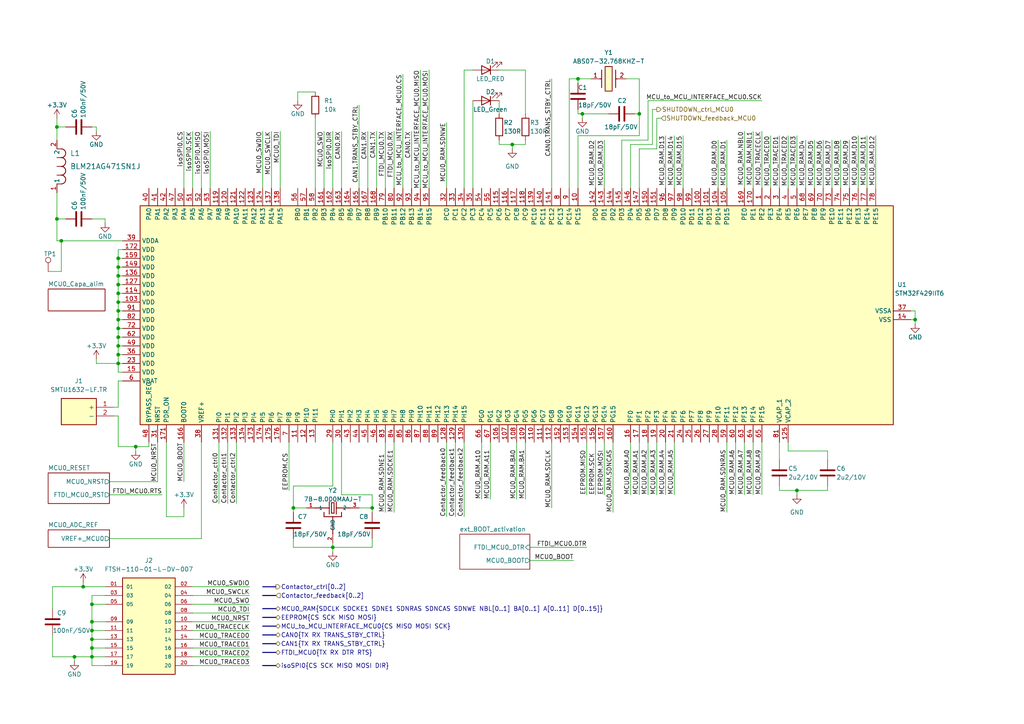
<source format=kicad_sch>
(kicad_sch (version 20230121) (generator eeschema)
  (paper "A4")
  (title_block (title "Primary MCU") (date "2023-12-29") (rev "V1.0") (company "Valais Wallis Racing Team") (comment 1 "Bétrisey Mattia"))
  (lib_symbols
    (symbol "2023-11-05_10-50-36:BLM21AG471SN1J" (pin_names (offset 0.254))
      (property "Reference" "L" (at 6.985 5.08 0))
      (property "Value" "BLM21AG471SN1J" (at 6.985 -2.54 0))
      (symbol "BLM21AG471SN1J_1_1"
        (pin unspecified line (at 15.24 0 180) (length 2.54) (name "1") (number "1"))
        (pin unspecified line (at 0 0 0) (length 2.54) (name "2") (number "2"))
      )
      (symbol "BLM21AG471SN1J_1_2"
        (pin unspecified line (at 0 15.24 270) (length 2.54) (name "1") (number "1"))
        (pin unspecified line (at 0 0 90) (length 2.54) (name "2") (number "2"))
      )
    )
    (symbol "7B-8.000MAAJ-T:7B-8.000MAAJ-T" (pin_names (offset 1.016))
      (property "Reference" "Y" (at 3.8109 -4.0649 0))
      (property "Value" "7B-8.000MAAJ-T" (at 3.8168 -6.3614 0))
      (symbol "7B-8.000MAAJ-T_0_0"
        (pin passive line (at -7.62 0 0) (length 2.54) (name "1") (number "1"))
        (pin passive line (at 0 -10.16 90) (length 2.54) (name "GND") (number "2"))
        (pin passive line (at 7.62 0 180) (length 2.54) (name "2") (number "3"))
      )
    )
    (symbol "ABS07-32_768KHZ-T:ABS07-32.768KHZ-T" (pin_names hide)
      (property "Reference" "Y" (at 8.89 6.35 0))
      (property "Value" "ABS07-32.768KHZ-T" (at 8.89 3.81 0))
      (symbol "ABS07-32.768KHZ-T_1_1"
        (pin passive line (at 0 0 0) (length 2.54) (name "1") (number "1"))
        (pin passive line (at 10.16 0 180) (length 2.54) (name "2") (number "2"))
      )
    )
    (symbol "Connector:TestPoint" (pin_numbers hide) (pin_names (offset 0.762) hide)
      (property "Reference" "TP" (at 0 6.858 0))
      (property "Value" "TestPoint" (at 0 5.08 0))
      (symbol "TestPoint_1_1"
        (pin passive line (at 0 0 90) (length 2.54) (name "1") (number "1"))
      )
    )
    (symbol "Device:C" (pin_numbers hide) (pin_names (offset 0.254))
      (property "Reference" "C" (at 0.635 2.54 0))
      (property "Value" "C" (at 0.635 -2.54 0))
      (symbol "C_1_1"
        (pin passive line (at 0 3.81 270) (length 2.794) (name "~") (number "1"))
        (pin passive line (at 0 -3.81 90) (length 2.794) (name "~") (number "2"))
      )
    )
    (symbol "Device:LED" (pin_numbers hide) (pin_names (offset 1.016) hide)
      (property "Reference" "D" (at 0 2.54 0))
      (property "Value" "LED" (at 0 -2.54 0))
      (symbol "LED_1_1"
        (pin passive line (at -3.81 0 0) (length 2.54) (name "K") (number "1"))
        (pin passive line (at 3.81 0 180) (length 2.54) (name "A") (number "2"))
      )
    )
    (symbol "Device:R" (pin_numbers hide) (pin_names (offset 0))
      (property "Reference" "R" (at 2.032 0 90))
      (property "Value" "R" (at 0 0 90))
      (symbol "R_1_1"
        (pin passive line (at 0 3.81 270) (length 1.27) (name "~") (number "1"))
        (pin passive line (at 0 -3.81 90) (length 1.27) (name "~") (number "2"))
      )
    )
    (symbol "FTSH-110-01-L-DV-007:FTSH-110-01-L-DV-007" (pin_names (offset 1.016))
      (property "Reference" "J" (at -8.12 15.24 0))
      (property "Value" "FTSH-110-01-L-DV-007" (at -7.62 -15.24 0))
      (symbol "FTSH-110-01-L-DV-007_0_0"
        (pin passive line (at -12.7 12.7 0) (length 5.08) (name "01") (number "01"))
        (pin passive line (at 12.7 12.7 180) (length 5.08) (name "02") (number "02"))
        (pin passive line (at -12.7 10.16 0) (length 5.08) (name "03") (number "03"))
        (pin passive line (at 12.7 10.16 180) (length 5.08) (name "04") (number "04"))
        (pin passive line (at -12.7 7.62 0) (length 5.08) (name "05") (number "05"))
        (pin passive line (at 12.7 7.62 180) (length 5.08) (name "06") (number "06"))
        (pin passive line (at 12.7 5.08 180) (length 5.08) (name "08") (number "08"))
        (pin passive line (at -12.7 2.54 0) (length 5.08) (name "09") (number "09"))
        (pin passive line (at 12.7 2.54 180) (length 5.08) (name "10") (number "10"))
        (pin passive line (at -12.7 0 0) (length 5.08) (name "11") (number "11"))
        (pin passive line (at 12.7 0 180) (length 5.08) (name "12") (number "12"))
        (pin passive line (at -12.7 -2.54 0) (length 5.08) (name "13") (number "13"))
        (pin passive line (at 12.7 -2.54 180) (length 5.08) (name "14") (number "14"))
        (pin passive line (at -12.7 -5.08 0) (length 5.08) (name "15") (number "15"))
        (pin passive line (at 12.7 -5.08 180) (length 5.08) (name "16") (number "16"))
        (pin passive line (at -12.7 -7.62 0) (length 5.08) (name "17") (number "17"))
        (pin passive line (at 12.7 -7.62 180) (length 5.08) (name "18") (number "18"))
        (pin passive line (at -12.7 -10.16 0) (length 5.08) (name "19") (number "19"))
        (pin passive line (at 12.7 -10.16 180) (length 5.08) (name "20") (number "20"))
      )
    )
    (symbol "MCU_ST_STM32F4:STM32F429IITx"
      (property "Reference" "U" (at -30.48 110.49 0))
      (property "Value" "STM32F429IITx" (at 25.4 110.49 0))
      (symbol "STM32F429IITx_1_1"
        (pin bidirectional line (at 38.1 -71.12 180) (length 5.08) (name "PE2") (number "1"))
        (pin bidirectional line (at 38.1 -17.78 180) (length 5.08) (name "PC15") (number "10"))
        (pin bidirectional line (at 38.1 -53.34 180) (length 5.08) (name "PD12") (number "100"))
        (pin bidirectional line (at 38.1 -55.88 180) (length 5.08) (name "PD13") (number "101"))
        (pin passive line (at 0 -114.3 90) (length 5.08) hide (name "VSS") (number "102"))
        (pin power_in line (at 5.08 114.3 270) (length 5.08) (name "VDD") (number "103"))
        (pin bidirectional line (at 38.1 -58.42 180) (length 5.08) (name "PD14") (number "104"))
        (pin bidirectional line (at 38.1 -60.96 180) (length 5.08) (name "PD15") (number "105"))
        (pin bidirectional line (at -35.56 5.08 0) (length 5.08) (name "PG2") (number "106"))
        (pin bidirectional line (at -35.56 2.54 0) (length 5.08) (name "PG3") (number "107"))
        (pin bidirectional line (at -35.56 0 0) (length 5.08) (name "PG4") (number "108"))
        (pin bidirectional line (at -35.56 -2.54 0) (length 5.08) (name "PG5") (number "109"))
        (pin bidirectional line (at -35.56 63.5 0) (length 5.08) (name "PI9") (number "11"))
        (pin bidirectional line (at -35.56 -5.08 0) (length 5.08) (name "PG6") (number "110"))
        (pin bidirectional line (at -35.56 -7.62 0) (length 5.08) (name "PG7") (number "111"))
        (pin bidirectional line (at -35.56 -10.16 0) (length 5.08) (name "PG8") (number "112"))
        (pin passive line (at 0 -114.3 90) (length 5.08) hide (name "VSS") (number "113"))
        (pin power_in line (at 7.62 114.3 270) (length 5.08) (name "VDD") (number "114"))
        (pin bidirectional line (at 38.1 5.08 180) (length 5.08) (name "PC6") (number "115"))
        (pin bidirectional line (at 38.1 2.54 180) (length 5.08) (name "PC7") (number "116"))
        (pin bidirectional line (at 38.1 0 180) (length 5.08) (name "PC8") (number "117"))
        (pin bidirectional line (at 38.1 -2.54 180) (length 5.08) (name "PC9") (number "118"))
        (pin bidirectional line (at 38.1 86.36 180) (length 5.08) (name "PA8") (number "119"))
        (pin bidirectional line (at -35.56 60.96 0) (length 5.08) (name "PI10") (number "12"))
        (pin bidirectional line (at 38.1 83.82 180) (length 5.08) (name "PA9") (number "120"))
        (pin bidirectional line (at 38.1 81.28 180) (length 5.08) (name "PA10") (number "121"))
        (pin bidirectional line (at 38.1 78.74 180) (length 5.08) (name "PA11") (number "122"))
        (pin bidirectional line (at 38.1 76.2 180) (length 5.08) (name "PA12") (number "123"))
        (pin bidirectional line (at 38.1 73.66 180) (length 5.08) (name "PA13") (number "124"))
        (pin power_out line (at -35.56 -78.74 0) (length 5.08) (name "VCAP_2") (number "125"))
        (pin passive line (at 0 -114.3 90) (length 5.08) hide (name "VSS") (number "126"))
        (pin power_in line (at 10.16 114.3 270) (length 5.08) (name "VDD") (number "127"))
        (pin bidirectional line (at -35.56 20.32 0) (length 5.08) (name "PH13") (number "128"))
        (pin bidirectional line (at -35.56 17.78 0) (length 5.08) (name "PH14") (number "129"))
        (pin bidirectional line (at -35.56 58.42 0) (length 5.08) (name "PI11") (number "13"))
        (pin bidirectional line (at -35.56 15.24 0) (length 5.08) (name "PH15") (number "130"))
        (pin bidirectional line (at -35.56 86.36 0) (length 5.08) (name "PI0") (number "131"))
        (pin bidirectional line (at -35.56 83.82 0) (length 5.08) (name "PI1") (number "132"))
        (pin bidirectional line (at -35.56 81.28 0) (length 5.08) (name "PI2") (number "133"))
        (pin bidirectional line (at -35.56 78.74 0) (length 5.08) (name "PI3") (number "134"))
        (pin passive line (at 0 -114.3 90) (length 5.08) hide (name "VSS") (number "135"))
        (pin power_in line (at 12.7 114.3 270) (length 5.08) (name "VDD") (number "136"))
        (pin bidirectional line (at 38.1 71.12 180) (length 5.08) (name "PA14") (number "137"))
        (pin bidirectional line (at 38.1 68.58 180) (length 5.08) (name "PA15") (number "138"))
        (pin bidirectional line (at 38.1 -5.08 180) (length 5.08) (name "PC10") (number "139"))
        (pin power_in line (at 0 -114.3 90) (length 5.08) (name "VSS") (number "14"))
        (pin bidirectional line (at 38.1 -7.62 180) (length 5.08) (name "PC11") (number "140"))
        (pin bidirectional line (at 38.1 -10.16 180) (length 5.08) (name "PC12") (number "141"))
        (pin bidirectional line (at 38.1 -22.86 180) (length 5.08) (name "PD0") (number "142"))
        (pin bidirectional line (at 38.1 -25.4 180) (length 5.08) (name "PD1") (number "143"))
        (pin bidirectional line (at 38.1 -27.94 180) (length 5.08) (name "PD2") (number "144"))
        (pin bidirectional line (at 38.1 -30.48 180) (length 5.08) (name "PD3") (number "145"))
        (pin bidirectional line (at 38.1 -33.02 180) (length 5.08) (name "PD4") (number "146"))
        (pin bidirectional line (at 38.1 -35.56 180) (length 5.08) (name "PD5") (number "147"))
        (pin passive line (at 0 -114.3 90) (length 5.08) hide (name "VSS") (number "148"))
        (pin power_in line (at 15.24 114.3 270) (length 5.08) (name "VDD") (number "149"))
        (pin power_in line (at -15.24 114.3 270) (length 5.08) (name "VDD") (number "15"))
        (pin bidirectional line (at 38.1 -38.1 180) (length 5.08) (name "PD6") (number "150"))
        (pin bidirectional line (at 38.1 -40.64 180) (length 5.08) (name "PD7") (number "151"))
        (pin bidirectional line (at -35.56 -12.7 0) (length 5.08) (name "PG9") (number "152"))
        (pin bidirectional line (at -35.56 -15.24 0) (length 5.08) (name "PG10") (number "153"))
        (pin bidirectional line (at -35.56 -17.78 0) (length 5.08) (name "PG11") (number "154"))
        (pin bidirectional line (at -35.56 -20.32 0) (length 5.08) (name "PG12") (number "155"))
        (pin bidirectional line (at -35.56 -22.86 0) (length 5.08) (name "PG13") (number "156"))
        (pin bidirectional line (at -35.56 -25.4 0) (length 5.08) (name "PG14") (number "157"))
        (pin passive line (at 0 -114.3 90) (length 5.08) hide (name "VSS") (number "158"))
        (pin power_in line (at 17.78 114.3 270) (length 5.08) (name "VDD") (number "159"))
        (pin bidirectional line (at -35.56 -33.02 0) (length 5.08) (name "PF0") (number "16"))
        (pin bidirectional line (at -35.56 -27.94 0) (length 5.08) (name "PG15") (number "160"))
        (pin bidirectional line (at 38.1 55.88 180) (length 5.08) (name "PB3") (number "161"))
        (pin bidirectional line (at 38.1 53.34 180) (length 5.08) (name "PB4") (number "162"))
        (pin bidirectional line (at 38.1 50.8 180) (length 5.08) (name "PB5") (number "163"))
        (pin bidirectional line (at 38.1 48.26 180) (length 5.08) (name "PB6") (number "164"))
        (pin bidirectional line (at 38.1 45.72 180) (length 5.08) (name "PB7") (number "165"))
        (pin input line (at -35.56 96.52 0) (length 5.08) (name "BOOT0") (number "166"))
        (pin bidirectional line (at 38.1 43.18 180) (length 5.08) (name "PB8") (number "167"))
        (pin bidirectional line (at 38.1 40.64 180) (length 5.08) (name "PB9") (number "168"))
        (pin bidirectional line (at 38.1 -66.04 180) (length 5.08) (name "PE0") (number "169"))
        (pin bidirectional line (at -35.56 -35.56 0) (length 5.08) (name "PF1") (number "17"))
        (pin bidirectional line (at 38.1 -68.58 180) (length 5.08) (name "PE1") (number "170"))
        (pin input line (at -35.56 101.6 0) (length 5.08) (name "PDR_ON") (number "171"))
        (pin power_in line (at 20.32 114.3 270) (length 5.08) (name "VDD") (number "172"))
        (pin bidirectional line (at -35.56 76.2 0) (length 5.08) (name "PI4") (number "173"))
        (pin bidirectional line (at -35.56 73.66 0) (length 5.08) (name "PI5") (number "174"))
        (pin bidirectional line (at -35.56 71.12 0) (length 5.08) (name "PI6") (number "175"))
        (pin bidirectional line (at -35.56 68.58 0) (length 5.08) (name "PI7") (number "176"))
        (pin bidirectional line (at -35.56 -38.1 0) (length 5.08) (name "PF2") (number "18"))
        (pin bidirectional line (at -35.56 -40.64 0) (length 5.08) (name "PF3") (number "19"))
        (pin bidirectional line (at 38.1 -73.66 180) (length 5.08) (name "PE3") (number "2"))
        (pin bidirectional line (at -35.56 -43.18 0) (length 5.08) (name "PF4") (number "20"))
        (pin bidirectional line (at -35.56 -45.72 0) (length 5.08) (name "PF5") (number "21"))
        (pin passive line (at 0 -114.3 90) (length 5.08) hide (name "VSS") (number "22"))
        (pin power_in line (at -12.7 114.3 270) (length 5.08) (name "VDD") (number "23"))
        (pin bidirectional line (at -35.56 -48.26 0) (length 5.08) (name "PF6") (number "24"))
        (pin bidirectional line (at -35.56 -50.8 0) (length 5.08) (name "PF7") (number "25"))
        (pin bidirectional line (at -35.56 -53.34 0) (length 5.08) (name "PF8") (number "26"))
        (pin bidirectional line (at -35.56 -55.88 0) (length 5.08) (name "PF9") (number "27"))
        (pin bidirectional line (at -35.56 -58.42 0) (length 5.08) (name "PF10") (number "28"))
        (pin bidirectional line (at -35.56 53.34 0) (length 5.08) (name "PH0") (number "29"))
        (pin bidirectional line (at 38.1 -76.2 180) (length 5.08) (name "PE4") (number "3"))
        (pin bidirectional line (at -35.56 50.8 0) (length 5.08) (name "PH1") (number "30"))
        (pin input line (at -35.56 104.14 0) (length 5.08) (name "NRST") (number "31"))
        (pin bidirectional line (at 38.1 20.32 180) (length 5.08) (name "PC0") (number "32"))
        (pin bidirectional line (at 38.1 17.78 180) (length 5.08) (name "PC1") (number "33"))
        (pin bidirectional line (at 38.1 15.24 180) (length 5.08) (name "PC2") (number "34"))
        (pin bidirectional line (at 38.1 12.7 180) (length 5.08) (name "PC3") (number "35"))
        (pin power_in line (at -10.16 114.3 270) (length 5.08) (name "VDD") (number "36"))
        (pin power_in line (at 2.54 -114.3 90) (length 5.08) (name "VSSA") (number "37"))
        (pin input line (at -35.56 91.44 0) (length 5.08) (name "VREF+") (number "38"))
        (pin power_in line (at 22.86 114.3 270) (length 5.08) (name "VDDA") (number "39"))
        (pin bidirectional line (at 38.1 -78.74 180) (length 5.08) (name "PE5") (number "4"))
        (pin bidirectional line (at 38.1 106.68 180) (length 5.08) (name "PA0") (number "40"))
        (pin bidirectional line (at 38.1 104.14 180) (length 5.08) (name "PA1") (number "41"))
        (pin bidirectional line (at 38.1 101.6 180) (length 5.08) (name "PA2") (number "42"))
        (pin bidirectional line (at -35.56 48.26 0) (length 5.08) (name "PH2") (number "43"))
        (pin bidirectional line (at -35.56 45.72 0) (length 5.08) (name "PH3") (number "44"))
        (pin bidirectional line (at -35.56 43.18 0) (length 5.08) (name "PH4") (number "45"))
        (pin bidirectional line (at -35.56 40.64 0) (length 5.08) (name "PH5") (number "46"))
        (pin bidirectional line (at 38.1 99.06 180) (length 5.08) (name "PA3") (number "47"))
        (pin input line (at -35.56 106.68 0) (length 5.08) (name "BYPASS_REG") (number "48"))
        (pin power_in line (at -7.62 114.3 270) (length 5.08) (name "VDD") (number "49"))
        (pin bidirectional line (at 38.1 -81.28 180) (length 5.08) (name "PE6") (number "5"))
        (pin bidirectional line (at 38.1 96.52 180) (length 5.08) (name "PA4") (number "50"))
        (pin bidirectional line (at 38.1 93.98 180) (length 5.08) (name "PA5") (number "51"))
        (pin bidirectional line (at 38.1 91.44 180) (length 5.08) (name "PA6") (number "52"))
        (pin bidirectional line (at 38.1 88.9 180) (length 5.08) (name "PA7") (number "53"))
        (pin bidirectional line (at 38.1 10.16 180) (length 5.08) (name "PC4") (number "54"))
        (pin bidirectional line (at 38.1 7.62 180) (length 5.08) (name "PC5") (number "55"))
        (pin bidirectional line (at 38.1 63.5 180) (length 5.08) (name "PB0") (number "56"))
        (pin bidirectional line (at 38.1 60.96 180) (length 5.08) (name "PB1") (number "57"))
        (pin bidirectional line (at 38.1 58.42 180) (length 5.08) (name "PB2") (number "58"))
        (pin bidirectional line (at -35.56 -60.96 0) (length 5.08) (name "PF11") (number "59"))
        (pin power_in line (at -17.78 114.3 270) (length 5.08) (name "VBAT") (number "6"))
        (pin bidirectional line (at -35.56 -63.5 0) (length 5.08) (name "PF12") (number "60"))
        (pin passive line (at 0 -114.3 90) (length 5.08) hide (name "VSS") (number "61"))
        (pin power_in line (at -5.08 114.3 270) (length 5.08) (name "VDD") (number "62"))
        (pin bidirectional line (at -35.56 -66.04 0) (length 5.08) (name "PF13") (number "63"))
        (pin bidirectional line (at -35.56 -68.58 0) (length 5.08) (name "PF14") (number "64"))
        (pin bidirectional line (at -35.56 -71.12 0) (length 5.08) (name "PF15") (number "65"))
        (pin bidirectional line (at -35.56 10.16 0) (length 5.08) (name "PG0") (number "66"))
        (pin bidirectional line (at -35.56 7.62 0) (length 5.08) (name "PG1") (number "67"))
        (pin bidirectional line (at 38.1 -83.82 180) (length 5.08) (name "PE7") (number "68"))
        (pin bidirectional line (at 38.1 -86.36 180) (length 5.08) (name "PE8") (number "69"))
        (pin bidirectional line (at -35.56 66.04 0) (length 5.08) (name "PI8") (number "7"))
        (pin bidirectional line (at 38.1 -88.9 180) (length 5.08) (name "PE9") (number "70"))
        (pin passive line (at 0 -114.3 90) (length 5.08) hide (name "VSS") (number "71"))
        (pin power_in line (at -2.54 114.3 270) (length 5.08) (name "VDD") (number "72"))
        (pin bidirectional line (at 38.1 -91.44 180) (length 5.08) (name "PE10") (number "73"))
        (pin bidirectional line (at 38.1 -93.98 180) (length 5.08) (name "PE11") (number "74"))
        (pin bidirectional line (at 38.1 -96.52 180) (length 5.08) (name "PE12") (number "75"))
        (pin bidirectional line (at 38.1 -99.06 180) (length 5.08) (name "PE13") (number "76"))
        (pin bidirectional line (at 38.1 -101.6 180) (length 5.08) (name "PE14") (number "77"))
        (pin bidirectional line (at 38.1 -104.14 180) (length 5.08) (name "PE15") (number "78"))
        (pin bidirectional line (at 38.1 38.1 180) (length 5.08) (name "PB10") (number "79"))
        (pin bidirectional line (at 38.1 -12.7 180) (length 5.08) (name "PC13") (number "8"))
        (pin bidirectional line (at 38.1 35.56 180) (length 5.08) (name "PB11") (number "80"))
        (pin power_out line (at -35.56 -76.2 0) (length 5.08) (name "VCAP_1") (number "81"))
        (pin power_in line (at 0 114.3 270) (length 5.08) (name "VDD") (number "82"))
        (pin bidirectional line (at -35.56 38.1 0) (length 5.08) (name "PH6") (number "83"))
        (pin bidirectional line (at -35.56 35.56 0) (length 5.08) (name "PH7") (number "84"))
        (pin bidirectional line (at -35.56 33.02 0) (length 5.08) (name "PH8") (number "85"))
        (pin bidirectional line (at -35.56 30.48 0) (length 5.08) (name "PH9") (number "86"))
        (pin bidirectional line (at -35.56 27.94 0) (length 5.08) (name "PH10") (number "87"))
        (pin bidirectional line (at -35.56 25.4 0) (length 5.08) (name "PH11") (number "88"))
        (pin bidirectional line (at -35.56 22.86 0) (length 5.08) (name "PH12") (number "89"))
        (pin bidirectional line (at 38.1 -15.24 180) (length 5.08) (name "PC14") (number "9"))
        (pin passive line (at 0 -114.3 90) (length 5.08) hide (name "VSS") (number "90"))
        (pin power_in line (at 2.54 114.3 270) (length 5.08) (name "VDD") (number "91"))
        (pin bidirectional line (at 38.1 33.02 180) (length 5.08) (name "PB12") (number "92"))
        (pin bidirectional line (at 38.1 30.48 180) (length 5.08) (name "PB13") (number "93"))
        (pin bidirectional line (at 38.1 27.94 180) (length 5.08) (name "PB14") (number "94"))
        (pin bidirectional line (at 38.1 25.4 180) (length 5.08) (name "PB15") (number "95"))
        (pin bidirectional line (at 38.1 -43.18 180) (length 5.08) (name "PD8") (number "96"))
        (pin bidirectional line (at 38.1 -45.72 180) (length 5.08) (name "PD9") (number "97"))
        (pin bidirectional line (at 38.1 -48.26 180) (length 5.08) (name "PD10") (number "98"))
        (pin bidirectional line (at 38.1 -50.8 180) (length 5.08) (name "PD11") (number "99"))
      )
    )
    (symbol "SMTU1632-LF_TR:SMTU1632-LF.TR"
      (property "Reference" "J" (at 16.51 7.62 0))
      (property "Value" "SMTU1632-LF.TR" (at 16.51 5.08 0))
      (symbol "SMTU1632-LF.TR_1_1"
        (pin passive line (at 0 0 0) (length 5.08) (name "+") (number "1"))
        (pin passive line (at 0 -2.54 0) (length 5.08) (name "-") (number "2"))
      )
    )
    (symbol "bmsPower_Symbols:+3V3_0" (power) (in_bom no) (on_board no)
      (property "Value" "+3V3_0" (at 0 3.302 0))
      (symbol "+3V3_0_1_1"
        (pin power_in line (at 0 0 90) (length 0) hide (name "+3.3V") (number "1"))
      )
    )
    (symbol "bmsPower_Symbols:GND_0" (power) (in_bom no) (on_board no)
      (property "Value" "GND_0" (at 0 -4.064 0))
      (symbol "GND_0_1_1"
        (pin power_in line (at 0 0 270) (length 0) hide (name "GND") (number "1"))
      )
    )
  )
  (junction (at 85.09 147.32))
  (junction (at 26.67 182.88))
  (junction (at 167.64 22.86))
  (junction (at 21.59 190.5))
  (junction (at 265.43 92.71))
  (junction (at 96.52 158.75))
  (junction (at 185.42 33.02))
  (junction (at 148.59 41.91))
  (junction (at 34.29 102.87))
  (junction (at 39.37 129.54))
  (junction (at 34.29 90.17))
  (junction (at 168.91 33.02))
  (junction (at 26.67 180.34))
  (junction (at 26.67 187.96))
  (junction (at 17.78 69.85))
  (junction (at 26.67 190.5))
  (junction (at 26.67 175.26))
  (junction (at 24.13 170.18))
  (junction (at 34.29 105.41))
  (junction (at 34.29 95.25))
  (junction (at 34.29 92.71))
  (junction (at 34.29 85.09))
  (junction (at 34.29 87.63))
  (junction (at 34.29 97.79))
  (junction (at 16.51 63.5))
  (junction (at 231.14 142.24))
  (junction (at 34.29 80.01))
  (junction (at 34.29 82.55))
  (junction (at 34.29 74.93))
  (junction (at 34.29 100.33))
  (junction (at 107.95 147.32))
  (junction (at 34.29 77.47))
  (junction (at 16.51 36.83))
  (junction (at 26.67 185.42))
  (wire (pts (xy 153.67 158.75) (xy 170.18 158.75)))
  (wire (pts (xy 233.68 40.64) (xy 233.68 54.61)))
  (wire (pts (xy 34.29 102.87) (xy 35.56 102.87)))
  (wire (pts (xy 181.61 22.86) (xy 185.42 22.86)))
  (wire (pts (xy 243.84 40.64) (xy 243.84 54.61)))
  (wire (pts (xy 13.97 78.74) (xy 17.78 78.74)))
  (wire (pts (xy 175.26 128.27) (xy 175.26 143.51)))
  (wire (pts (xy 119.38 54.61) (xy 119.38 38.1)))
  (wire (pts (xy 223.52 39.37) (xy 223.52 54.61)))
  (wire (pts (xy 68.58 128.27) (xy 68.58 146.05)))
  (wire (pts (xy 55.88 193.04) (xy 72.39 193.04)))
  (wire (pts (xy 160.02 54.61) (xy 160.02 22.86)))
  (wire (pts (xy 27.94 36.83) (xy 27.94 38.1)))
  (wire (pts (xy 26.67 182.88) (xy 30.48 182.88)))
  (wire (pts (xy 34.29 80.01) (xy 35.56 80.01)))
  (wire (pts (xy 26.67 193.04) (xy 30.48 193.04)))
  (wire (pts (xy 34.29 110.49) (xy 35.56 110.49)))
  (wire (pts (xy 121.92 54.61) (xy 121.92 20.32)))
  (wire (pts (xy 26.67 190.5) (xy 26.67 193.04)))
  (wire (pts (xy 34.29 105.41) (xy 35.56 105.41)))
  (wire (pts (xy 190.5 34.29) (xy 190.5 43.18)))
  (wire (pts (xy 185.42 128.27) (xy 185.42 143.51)))
  (wire (pts (xy 187.96 128.27) (xy 187.96 143.51)))
  (wire (pts (xy 184.15 33.02) (xy 185.42 33.02)))
  (wire (pts (xy 83.82 128.27) (xy 83.82 142.24)))
  (wire (pts (xy 107.95 143.51) (xy 107.95 147.32)))
  (bus (pts (xy 76.2 186.69) (xy 80.01 186.69)))
  (wire (pts (xy 26.67 185.42) (xy 30.48 185.42)))
  (wire (pts (xy 34.29 77.47) (xy 34.29 80.01)))
  (wire (pts (xy 58.42 128.27) (xy 58.42 156.21)))
  (wire (pts (xy 185.42 33.02) (xy 185.42 39.37)))
  (wire (pts (xy 104.14 147.32) (xy 107.95 147.32)))
  (wire (pts (xy 17.78 78.74) (xy 17.78 69.85)))
  (wire (pts (xy 15.24 184.15) (xy 15.24 190.5)))
  (wire (pts (xy 106.68 38.1) (xy 106.68 54.61)))
  (wire (pts (xy 218.44 128.27) (xy 218.44 143.51)))
  (wire (pts (xy 34.29 100.33) (xy 34.29 102.87)))
  (wire (pts (xy 215.9 38.1) (xy 215.9 54.61)))
  (wire (pts (xy 26.67 172.72) (xy 26.67 175.26)))
  (wire (pts (xy 26.67 180.34) (xy 26.67 182.88)))
  (wire (pts (xy 168.91 33.02) (xy 168.91 34.29)))
  (wire (pts (xy 189.23 31.75) (xy 189.23 41.91)))
  (wire (pts (xy 236.22 40.64) (xy 236.22 54.61)))
  (wire (pts (xy 213.36 128.27) (xy 213.36 143.51)))
  (bus (pts (xy 76.2 170.18) (xy 80.01 170.18)))
  (wire (pts (xy 254 39.37) (xy 254 54.61)))
  (wire (pts (xy 144.78 20.32) (xy 152.4 20.32)))
  (wire (pts (xy 111.76 128.27) (xy 111.76 148.59)))
  (wire (pts (xy 55.88 182.88) (xy 72.39 182.88)))
  (wire (pts (xy 168.91 33.02) (xy 167.64 33.02)))
  (wire (pts (xy 53.34 128.27) (xy 53.34 139.7)))
  (wire (pts (xy 31.75 143.51) (xy 46.99 143.51)))
  (wire (pts (xy 180.34 40.64) (xy 180.34 54.61)))
  (wire (pts (xy 220.98 38.1) (xy 220.98 54.61)))
  (bus (pts (xy 76.2 176.53) (xy 80.01 176.53)))
  (wire (pts (xy 26.67 175.26) (xy 30.48 175.26)))
  (wire (pts (xy 53.34 149.86) (xy 48.26 149.86)))
  (wire (pts (xy 148.59 41.91) (xy 148.59 43.18)))
  (wire (pts (xy 153.67 162.56) (xy 166.37 162.56)))
  (wire (pts (xy 246.38 40.64) (xy 246.38 54.61)))
  (wire (pts (xy 182.88 128.27) (xy 182.88 143.51)))
  (wire (pts (xy 148.59 41.91) (xy 152.4 41.91)))
  (wire (pts (xy 167.64 54.61) (xy 167.64 39.37)))
  (wire (pts (xy 34.29 85.09) (xy 35.56 85.09)))
  (wire (pts (xy 81.28 54.61) (xy 81.28 38.1)))
  (wire (pts (xy 180.34 40.64) (xy 187.96 40.64)))
  (wire (pts (xy 210.82 40.64) (xy 210.82 54.61)))
  (wire (pts (xy 177.8 128.27) (xy 177.8 148.59)))
  (wire (pts (xy 26.67 175.26) (xy 26.67 180.34)))
  (wire (pts (xy 24.13 168.91) (xy 24.13 170.18)))
  (wire (pts (xy 168.91 33.02) (xy 176.53 33.02)))
  (wire (pts (xy 85.09 158.75) (xy 96.52 158.75)))
  (wire (pts (xy 195.58 39.37) (xy 195.58 54.61)))
  (wire (pts (xy 187.96 29.21) (xy 220.98 29.21)))
  (wire (pts (xy 172.72 40.64) (xy 172.72 54.61)))
  (wire (pts (xy 26.67 190.5) (xy 30.48 190.5)))
  (wire (pts (xy 76.2 54.61) (xy 76.2 38.1)))
  (wire (pts (xy 34.29 92.71) (xy 35.56 92.71)))
  (wire (pts (xy 55.88 38.1) (xy 55.88 54.61)))
  (wire (pts (xy 228.6 39.37) (xy 228.6 54.61)))
  (wire (pts (xy 34.29 129.54) (xy 39.37 129.54)))
  (wire (pts (xy 34.29 85.09) (xy 34.29 87.63)))
  (wire (pts (xy 34.29 80.01) (xy 34.29 82.55)))
  (wire (pts (xy 58.42 38.1) (xy 58.42 54.61)))
  (wire (pts (xy 55.88 180.34) (xy 72.39 180.34)))
  (wire (pts (xy 93.98 54.61) (xy 93.98 38.1)))
  (wire (pts (xy 231.14 39.37) (xy 231.14 54.61)))
  (wire (pts (xy 228.6 128.27) (xy 228.6 130.81)))
  (wire (pts (xy 198.12 39.37) (xy 198.12 54.61)))
  (wire (pts (xy 96.52 158.75) (xy 96.52 160.02)))
  (wire (pts (xy 210.82 128.27) (xy 210.82 148.59)))
  (wire (pts (xy 228.6 130.81) (xy 240.03 130.81)))
  (wire (pts (xy 114.3 54.61) (xy 114.3 38.1)))
  (bus (pts (xy 76.2 184.15) (xy 80.01 184.15)))
  (wire (pts (xy 107.95 156.21) (xy 107.95 158.75)))
  (wire (pts (xy 21.59 190.5) (xy 21.59 191.77)))
  (wire (pts (xy 24.13 170.18) (xy 30.48 170.18)))
  (bus (pts (xy 76.2 193.04) (xy 80.01 193.04)))
  (wire (pts (xy 34.29 92.71) (xy 34.29 95.25)))
  (wire (pts (xy 149.86 128.27) (xy 149.86 144.78)))
  (wire (pts (xy 172.72 128.27) (xy 172.72 143.51)))
  (wire (pts (xy 78.74 54.61) (xy 78.74 38.1)))
  (wire (pts (xy 86.36 26.67) (xy 91.44 26.67)))
  (wire (pts (xy 96.52 54.61) (xy 96.52 38.1)))
  (wire (pts (xy 134.62 128.27) (xy 134.62 149.86)))
  (wire (pts (xy 34.29 95.25) (xy 35.56 95.25)))
  (wire (pts (xy 185.42 43.18) (xy 185.42 54.61)))
  (wire (pts (xy 264.16 90.17) (xy 265.43 90.17)))
  (wire (pts (xy 34.29 105.41) (xy 34.29 107.95)))
  (wire (pts (xy 31.75 139.7) (xy 45.72 139.7)))
  (wire (pts (xy 129.54 128.27) (xy 129.54 149.86)))
  (wire (pts (xy 53.34 38.1) (xy 53.34 54.61)))
  (wire (pts (xy 160.02 128.27) (xy 160.02 147.32)))
  (wire (pts (xy 142.24 128.27) (xy 142.24 144.78)))
  (wire (pts (xy 60.96 38.1) (xy 60.96 54.61)))
  (wire (pts (xy 26.67 180.34) (xy 30.48 180.34)))
  (wire (pts (xy 63.5 128.27) (xy 63.5 146.05)))
  (wire (pts (xy 185.42 43.18) (xy 190.5 43.18)))
  (wire (pts (xy 33.02 120.65) (xy 34.29 120.65)))
  (wire (pts (xy 251.46 39.37) (xy 251.46 54.61)))
  (wire (pts (xy 96.52 158.75) (xy 107.95 158.75)))
  (wire (pts (xy 34.29 87.63) (xy 35.56 87.63)))
  (wire (pts (xy 17.78 69.85) (xy 16.51 69.85)))
  (wire (pts (xy 30.48 63.5) (xy 30.48 64.77)))
  (bus (pts (xy 76.2 179.07) (xy 80.01 179.07)))
  (wire (pts (xy 26.67 187.96) (xy 26.67 190.5)))
  (wire (pts (xy 55.88 190.5) (xy 72.39 190.5)))
  (wire (pts (xy 167.64 22.86) (xy 167.64 24.13)))
  (wire (pts (xy 43.18 128.27) (xy 43.18 129.54)))
  (wire (pts (xy 144.78 29.21) (xy 144.78 33.02)))
  (wire (pts (xy 16.51 36.83) (xy 19.05 36.83)))
  (bus (pts (xy 76.2 172.72) (xy 80.01 172.72)))
  (wire (pts (xy 182.88 41.91) (xy 182.88 54.61)))
  (wire (pts (xy 26.67 182.88) (xy 26.67 185.42)))
  (wire (pts (xy 16.51 55.88) (xy 16.51 63.5)))
  (wire (pts (xy 16.51 63.5) (xy 19.05 63.5)))
  (wire (pts (xy 66.04 128.27) (xy 66.04 146.05)))
  (wire (pts (xy 190.5 128.27) (xy 190.5 143.51)))
  (bus (pts (xy 76.2 189.23) (xy 80.01 189.23)))
  (wire (pts (xy 99.06 128.27) (xy 99.06 143.51)))
  (wire (pts (xy 55.88 177.8) (xy 72.39 177.8)))
  (wire (pts (xy 134.62 20.32) (xy 134.62 54.61)))
  (wire (pts (xy 34.29 102.87) (xy 34.29 105.41)))
  (wire (pts (xy 85.09 140.97) (xy 96.52 140.97)))
  (wire (pts (xy 182.88 41.91) (xy 189.23 41.91)))
  (wire (pts (xy 26.67 185.42) (xy 26.67 187.96)))
  (wire (pts (xy 86.36 26.67) (xy 86.36 29.21)))
  (wire (pts (xy 15.24 190.5) (xy 21.59 190.5)))
  (wire (pts (xy 132.08 128.27) (xy 132.08 149.86)))
  (wire (pts (xy 241.3 40.64) (xy 241.3 54.61)))
  (wire (pts (xy 226.06 140.97) (xy 226.06 142.24)))
  (wire (pts (xy 231.14 142.24) (xy 240.03 142.24)))
  (wire (pts (xy 144.78 41.91) (xy 148.59 41.91)))
  (wire (pts (xy 152.4 20.32) (xy 152.4 33.02)))
  (wire (pts (xy 55.88 187.96) (xy 72.39 187.96)))
  (wire (pts (xy 175.26 40.64) (xy 175.26 54.61)))
  (wire (pts (xy 34.29 77.47) (xy 35.56 77.47)))
  (wire (pts (xy 190.5 34.29) (xy 191.77 34.29)))
  (wire (pts (xy 55.88 185.42) (xy 72.39 185.42)))
  (wire (pts (xy 85.09 156.21) (xy 85.09 158.75)))
  (wire (pts (xy 193.04 128.27) (xy 193.04 143.51)))
  (wire (pts (xy 15.24 170.18) (xy 24.13 170.18)))
  (wire (pts (xy 16.51 63.5) (xy 16.51 69.85)))
  (wire (pts (xy 34.29 90.17) (xy 35.56 90.17)))
  (wire (pts (xy 48.26 128.27) (xy 48.26 149.86)))
  (wire (pts (xy 16.51 36.83) (xy 16.51 40.64)))
  (wire (pts (xy 34.29 74.93) (xy 34.29 72.39)))
  (wire (pts (xy 53.34 147.32) (xy 53.34 149.86)))
  (wire (pts (xy 16.51 34.29) (xy 16.51 36.83)))
  (wire (pts (xy 27.94 105.41) (xy 27.94 104.14)))
  (wire (pts (xy 189.23 31.75) (xy 190.5 31.75)))
  (wire (pts (xy 165.1 22.86) (xy 165.1 54.61)))
  (wire (pts (xy 26.67 172.72) (xy 30.48 172.72)))
  (wire (pts (xy 144.78 40.64) (xy 144.78 41.91)))
  (wire (pts (xy 96.52 128.27) (xy 96.52 140.97)))
  (wire (pts (xy 39.37 129.54) (xy 43.18 129.54)))
  (wire (pts (xy 34.29 82.55) (xy 34.29 85.09)))
  (wire (pts (xy 139.7 128.27) (xy 139.7 144.78)))
  (wire (pts (xy 134.62 20.32) (xy 137.16 20.32)))
  (wire (pts (xy 27.94 105.41) (xy 34.29 105.41)))
  (wire (pts (xy 85.09 140.97) (xy 85.09 147.32)))
  (wire (pts (xy 187.96 29.21) (xy 187.96 40.64)))
  (wire (pts (xy 33.02 118.11) (xy 34.29 118.11)))
  (wire (pts (xy 114.3 128.27) (xy 114.3 148.59)))
  (wire (pts (xy 215.9 128.27) (xy 215.9 143.51)))
  (wire (pts (xy 265.43 92.71) (xy 265.43 93.98)))
  (wire (pts (xy 34.29 90.17) (xy 34.29 92.71)))
  (wire (pts (xy 17.78 69.85) (xy 35.56 69.85)))
  (wire (pts (xy 96.52 157.48) (xy 96.52 158.75)))
  (wire (pts (xy 34.29 74.93) (xy 35.56 74.93)))
  (wire (pts (xy 45.72 128.27) (xy 45.72 139.7)))
  (wire (pts (xy 165.1 22.86) (xy 167.64 22.86)))
  (wire (pts (xy 226.06 128.27) (xy 226.06 133.35)))
  (wire (pts (xy 111.76 54.61) (xy 111.76 38.1)))
  (wire (pts (xy 91.44 54.61) (xy 91.44 34.29)))
  (wire (pts (xy 240.03 130.81) (xy 240.03 133.35)))
  (wire (pts (xy 193.04 39.37) (xy 193.04 54.61)))
  (wire (pts (xy 167.64 39.37) (xy 185.42 39.37)))
  (wire (pts (xy 218.44 38.1) (xy 218.44 54.61)))
  (wire (pts (xy 34.29 97.79) (xy 35.56 97.79)))
  (wire (pts (xy 34.29 107.95) (xy 35.56 107.95)))
  (wire (pts (xy 220.98 128.27) (xy 220.98 143.51)))
  (wire (pts (xy 26.67 36.83) (xy 27.94 36.83)))
  (wire (pts (xy 167.64 31.75) (xy 167.64 33.02)))
  (wire (pts (xy 34.29 95.25) (xy 34.29 97.79)))
  (wire (pts (xy 240.03 140.97) (xy 240.03 142.24)))
  (wire (pts (xy 104.14 30.48) (xy 104.14 54.61)))
  (wire (pts (xy 55.88 170.18) (xy 72.39 170.18)))
  (wire (pts (xy 34.29 100.33) (xy 34.29 97.79)))
  (wire (pts (xy 55.88 175.26) (xy 72.39 175.26)))
  (wire (pts (xy 55.88 172.72) (xy 72.39 172.72)))
  (wire (pts (xy 26.67 187.96) (xy 30.48 187.96)))
  (wire (pts (xy 152.4 40.64) (xy 152.4 41.91)))
  (wire (pts (xy 99.06 54.61) (xy 99.06 38.1)))
  (wire (pts (xy 34.29 110.49) (xy 34.29 118.11)))
  (wire (pts (xy 167.64 22.86) (xy 171.45 22.86)))
  (wire (pts (xy 107.95 147.32) (xy 107.95 148.59)))
  (wire (pts (xy 99.06 143.51) (xy 107.95 143.51)))
  (wire (pts (xy 231.14 142.24) (xy 231.14 143.51)))
  (wire (pts (xy 170.18 128.27) (xy 170.18 143.51)))
  (wire (pts (xy 34.29 77.47) (xy 34.29 74.93)))
  (wire (pts (xy 208.28 40.64) (xy 208.28 54.61)))
  (wire (pts (xy 21.59 190.5) (xy 26.67 190.5)))
  (wire (pts (xy 39.37 129.54) (xy 39.37 130.81)))
  (wire (pts (xy 85.09 147.32) (xy 85.09 148.59)))
  (wire (pts (xy 109.22 38.1) (xy 109.22 54.61)))
  (wire (pts (xy 34.29 120.65) (xy 34.29 129.54)))
  (wire (pts (xy 195.58 128.27) (xy 195.58 143.51)))
  (wire (pts (xy 31.75 156.21) (xy 58.42 156.21)))
  (bus (pts (xy 76.2 181.61) (xy 80.01 181.61)))
  (wire (pts (xy 26.67 63.5) (xy 30.48 63.5)))
  (wire (pts (xy 34.29 82.55) (xy 35.56 82.55)))
  (wire (pts (xy 152.4 128.27) (xy 152.4 144.78)))
  (wire (pts (xy 248.92 39.37) (xy 248.92 54.61)))
  (wire (pts (xy 34.29 72.39) (xy 35.56 72.39)))
  (wire (pts (xy 85.09 147.32) (xy 88.9 147.32)))
  (wire (pts (xy 264.16 92.71) (xy 265.43 92.71)))
  (wire (pts (xy 15.24 170.18) (xy 15.24 176.53)))
  (wire (pts (xy 238.76 40.64) (xy 238.76 54.61)))
  (wire (pts (xy 137.16 29.21) (xy 137.16 54.61)))
  (wire (pts (xy 226.06 39.37) (xy 226.06 54.61)))
  (wire (pts (xy 124.46 54.61) (xy 124.46 20.32)))
  (wire (pts (xy 185.42 22.86) (xy 185.42 33.02)))
  (wire (pts (xy 34.29 87.63) (xy 34.29 90.17)))
  (wire (pts (xy 34.29 100.33) (xy 35.56 100.33)))
  (wire (pts (xy 265.43 90.17) (xy 265.43 92.71)))
  (wire (pts (xy 226.06 142.24) (xy 231.14 142.24)))
  (wire (pts (xy 116.84 54.61) (xy 116.84 21.59)))
  (wire (pts (xy 129.54 54.61) (xy 129.54 35.56)))
  (label "MCU_to_MCU_INTERFACE_MCU0.MISO" (at 121.92 20.32 270))
  (label "MCU0_TRACECLK" (at 72.39 182.88 180))
  (label "MCU0_RAM.D9" (at 246.38 40.64 270))
  (label "MCU0_RAM.SDNWE" (at 129.54 35.56 270))
  (label "MCU0_RAM.A1" (at 185.42 143.51 90))
  (label "MCU0_RAM.D12" (at 254 39.37 270))
  (label "Contactor_feedback2" (at 134.62 149.86 90))
  (label "CAN1.TX" (at 109.22 38.1 270))
  (label "MCU0_RAM.D11" (at 251.46 39.37 270))
  (label "MCU0_TRACED2" (at 72.39 190.5 180))
  (label "MCU0_BOOT" (at 166.37 162.56 180))
  (label "MCU0_TRACED1" (at 226.06 39.37 270))
  (label "MCU0_RAM.SDNCAS" (at 177.8 148.59 90))
  (label "MCU0_SWO" (at 93.98 38.1 270))
  (label "MCU0_RAM.A5" (at 195.58 143.51 90))
  (label "MCU0_RAM.A10" (at 139.7 144.78 90))
  (label "MCU0_SWCLK" (at 72.39 172.72 180))
  (label "EEPROM.MISO" (at 170.18 143.51 90))
  (label "MCU0_RAM.D4" (at 233.68 40.64 270))
  (label "EEPROM.MOSI" (at 175.26 143.51 90))
  (label "MCU0_RAM.A3" (at 190.5 143.51 90))
  (label "MCU_to_MCU_INTERFACE_MCU0.MOSI" (at 124.46 20.32 270))
  (label "FTDI_MCU0.DTR" (at 170.18 158.75 180))
  (label "MCU0_TRACED0" (at 72.39 185.42 180))
  (label "MCU0_RAM.A0" (at 182.88 143.51 90))
  (label "MCU0_SWO" (at 72.39 175.26 180))
  (label "CAN1.RX" (at 106.68 38.1 270))
  (label "Contactor_ctrl1" (at 66.04 146.05 90))
  (label "MCU0_TRACED1" (at 72.39 187.96 180))
  (label "MCU0_RAM.SDNE1" (at 111.76 148.59 90))
  (label "MCU0_RAM.A6" (at 213.36 143.51 90))
  (label "MCU0_RAM.A8" (at 218.44 143.51 90))
  (label "MCU0_RAM.D1" (at 210.82 40.64 270))
  (label "MCU0_RAM.D10" (at 248.92 39.37 270))
  (label "MCU0_RAM.A11" (at 142.24 144.78 90))
  (label "MCU0_TRACECLK" (at 220.98 38.1 270))
  (label "isoSPI0.MOSI" (at 60.96 38.1 270))
  (label "MCU_to_MCU_INTERFACE_MCU0.SCK" (at 220.98 29.21 180))
  (label "MCU0_RAM.NBL0" (at 215.9 38.1 270))
  (label "MCU0_TRACED3" (at 231.14 39.37 270))
  (label "MCU0_SWDIO" (at 72.39 170.18 180))
  (label "MCU0_SWDIO" (at 76.2 38.1 270))
  (label "Contactor_ctrl0" (at 63.5 146.05 90))
  (label "MCU0_RAM.SDCLK" (at 160.02 147.32 90))
  (label "Contactor_feedback1" (at 132.08 149.86 90))
  (label "MCU0_RAM.SDNRAS" (at 210.82 148.59 90))
  (label "MCU0_TDI" (at 72.39 177.8 180))
  (label "MCU0_NRST" (at 45.72 139.7 90))
  (label "Contactor_ctrl2" (at 68.58 146.05 90))
  (label "isoSPI0.MISO" (at 58.42 38.1 270))
  (label "MCU0_RAM.BA0" (at 149.86 144.78 90))
  (label "MCU0_NRST" (at 72.39 180.34 180))
  (label "EEPROM.CS" (at 83.82 142.24 90))
  (label "MCU0_SWCLK" (at 78.74 38.1 270))
  (label "isoSPI0.CS" (at 53.34 38.1 270))
  (label "CAN0.RX" (at 99.06 38.1 270))
  (label "MCU0_RAM.A4" (at 193.04 143.51 90))
  (label "MCU0_RAM.NBL1" (at 218.44 38.1 270))
  (label "MCU0_TDI" (at 81.28 38.1 270))
  (label "MCU0_RAM.SDCKE1" (at 114.3 148.59 90))
  (label "MCU0_RAM.D13" (at 193.04 39.37 270))
  (label "MCU0_BOOT" (at 53.34 139.7 90))
  (label "MCU0_RAM.A7" (at 215.9 143.51 90))
  (label "MCU0_RAM.A9" (at 220.98 143.51 90))
  (label "MCU0_RAM.A2" (at 187.96 143.51 90))
  (label "MCU0_RAM.D2" (at 172.72 40.64 270))
  (label "isoSPI0.SCK" (at 55.88 38.1 270))
  (label "MCU_to_MCU_INTERFACE_MCU0.CS" (at 116.84 21.59 270))
  (label "CAN0.TRANS_STBY_CTRL" (at 160.02 22.86 270))
  (label "Contactor_feedback0" (at 129.54 149.86 90))
  (label "MCU0_RAM.D14" (at 195.58 39.37 270))
  (label "MCU0_TRACED3" (at 72.39 193.04 180))
  (label "EEPROM.SCK" (at 172.72 143.51 90))
  (label "isoSPI0.DIR" (at 96.52 38.1 270))
  (label "MCU0_TRACED2" (at 228.6 39.37 270))
  (label "MCU0_RAM.D8" (at 243.84 40.64 270))
  (label "FTDI_MCU0.RX" (at 114.3 38.1 270))
  (label "CAN0.TX" (at 119.38 38.1 270))
  (label "MCU0_RAM.D5" (at 236.22 40.64 270))
  (label "MCU0_RAM.D3" (at 175.26 40.64 270))
  (label "MCU0_RAM.BA1" (at 152.4 144.78 90))
  (label "MCU0_TRACED0" (at 223.52 39.37 270))
  (label "CAN1.TRANS_STBY_CTRL" (at 104.14 30.48 270))
  (label "MCU0_RAM.D0" (at 208.28 40.64 270))
  (label "MCU0_RAM.D6" (at 238.76 40.64 270))
  (label "MCU0_RAM.D15" (at 198.12 39.37 270))
  (label "MCU0_RAM.D7" (at 241.3 40.64 270))
  (label "FTDI_MCU0.TX" (at 111.76 38.1 270))
  (label "FTDI_MCU0.RTS" (at 46.99 143.51 180))
  (hierarchical_label "MCU0_RAM{SDCLK SDCKE1 SDNE1 SDNRAS SDNCAS SDNWE NBL[0..1] BA[0..1] A[0..11] D[0..15]}" (shape bidirectional) (at 80.01 176.53 0))
  (hierarchical_label "SHUTDOWN_ctrl_MCU0" (shape output) (at 190.5 31.75 0))
  (hierarchical_label "isoSPI0{CS SCK MISO MOSI DIR}" (shape bidirectional) (at 80.01 193.04 0))
  (hierarchical_label "CAN0{TX RX TRANS_STBY_CTRL}" (shape bidirectional) (at 80.01 184.15 0))
  (hierarchical_label "SHUTDOWN_feedback_MCU0" (shape input) (at 191.77 34.29 0))
  (hierarchical_label "Contactor_feedback[0..2]" (shape input) (at 80.01 172.72 0))
  (hierarchical_label "EEPROM{CS SCK MISO MOSI}" (shape bidirectional) (at 80.01 179.07 0))
  (hierarchical_label "MCU_to_MCU_INTERFACE_MCU0{CS MISO MOSI SCK}" (shape bidirectional) (at 80.01 181.61 0))
  (hierarchical_label "CAN1{TX RX TRANS_STBY_CTRL}" (shape bidirectional) (at 80.01 186.69 0))
  (hierarchical_label "FTDI_MCU0{TX RX DTR RTS}" (shape bidirectional) (at 80.01 189.23 0))
  (hierarchical_label "Contactor_ctrl[0..2]" (shape output) (at 80.01 170.18 0))
  (symbol (lib_id "2023-11-05_10-50-36:BLM21AG471SN1J") (at 16.51 40.64 270) (unit 1)
    (property "Reference" "L1" (at 20.32 44.45 90) (effects (font (size 1.524 1.524)) (justify left)))
    (property "Value" "BLM21AG471SN1J" (at 20.32 48.26 90) (effects (font (size 1.524 1.524)) (justify left)))
    (property "Footprint" "BLM21AG471SN1J:IND_BLM21_0805_MUR" (effects hide))
    (property "Datasheet" "BLM21AG471SN1J" (effects hide))
  )
  (symbol (lib_id "Device:C") (at 22.86 63.5 90) (unit 1)
    (property "Reference" "C6" (at 21.59 60.96 0) (effects (justify left)))
    (property "Value" "100nF/50V" (at 24.13 60.96 0) (effects (justify left)))
    (property "Footprint" "Capacitor_SMD:C_0603_1608Metric" (effects hide))
    (instances (project "BMS-Master" (path "" (reference "C6") (unit 1)) (path "" (reference "C4") (unit 1))))
  )
  (symbol (lib_id "Device:LED") (at 140.97 20.32 180) (unit 1)
    (property "Reference" "D1" (at 142.24 17.78 0))
    (property "Value" "LED_RED" (at 142.24 22.86 0))
    (property "Footprint" "LED_SMD:LED_0603_1608Metric" (effects hide))
  )
  (symbol (lib_id "Connector:TestPoint") (at 13.97 78.74 0) (unit 1)
    (property "Reference" "TP1" (at 12.7 73.66 0) (effects (justify left)))
    (property "Value" "TestPoint" (effects hide))
    (property "Footprint" "TestPoint:TestPoint_Keystone_5000-5004_Miniature" (effects hide))
  )
  (symbol (lib_id "Device:R") (at 91.44 30.48 0) (unit 1)
    (property "Reference" "R1" (at 93.98 29.21 0) (effects (justify left)))
    (property "Value" "10k" (at 93.98 31.75 0) (effects (justify left)))
    (property "Footprint" "Resistor_SMD:R_0603_1608Metric" (effects hide))
  )
  (symbol (lib_id "Device:C") (at 22.86 36.83 90) (unit 1)
    (property "Reference" "C6" (at 21.59 34.29 0) (effects (justify left)))
    (property "Value" "100nF/50V" (at 24.13 34.29 0) (effects (justify left)))
    (property "Footprint" "Capacitor_SMD:C_0603_1608Metric" (effects hide))
    (instances (project "BMS-Master" (path "" (reference "C6") (unit 1)) (path "" (reference "C3") (unit 1))))
  )
  (symbol (lib_id "bmsPower_Symbols:+3V3_0") (at 16.51 34.29 0) (unit 1) (in_bom no) (on_board no)
    (property "Reference" "#PWR02" (effects hide))
    (property "Value" "+3V3_0" (at 16.51 30.48 0))
  )
  (symbol (lib_id "Device:R") (at 144.78 36.83 0) (unit 1)
    (property "Reference" "R2" (at 146.05 35.56 0) (effects (justify left)))
    (property "Value" "130R" (at 146.05 38.1 0) (effects (justify left)))
    (property "Footprint" "Resistor_SMD:R_0603_1608Metric" (effects hide))
  )
  (symbol (lib_id "bmsPower_Symbols:GND_0") (at 39.37 130.81 0) (unit 1) (in_bom no) (on_board no)
    (property "Reference" "#PWR09" (effects hide))
    (property "Value" "GND_0" (at 39.37 134.62 0))
  )
  (symbol (lib_id "Device:C") (at 226.06 137.16 0) (unit 1)
    (property "Reference" "C5" (at 228.6 135.89 0) (effects (justify left)))
    (property "Value" "2u2/10V" (at 228.6 138.43 0) (effects (justify left)))
    (property "Footprint" "Capacitor_SMD:C_0603_1608Metric" (effects hide))
  )
  (symbol (lib_id "SMTU1632-LF_TR:SMTU1632-LF.TR") (at 33.02 118.11 0) (mirror y) (unit 1)
    (property "Reference" "J1" (at 22.86 110.49 0))
    (property "Value" "SMTU1632-LF.TR" (at 22.86 113.03 0))
    (property "Footprint" "SMTU1632-LF:SMTU1632LFTR" (effects hide))
    (property "Datasheet" "https://www.mouser.com/datasheet/2/346/SMTU1632-LF-28666.pdf" (effects hide))
    (property "Height" "5.6" (effects hide))
    (property "Manufacturer_Name" "RENATA" (effects hide))
    (property "Manufacturer_Part_Number" "SMTU1632-LF.TR" (effects hide))
    (property "Mouser Part Number" "614-SMTU1632-LF.TR" (effects hide))
    (property "Mouser Price/Stock" "https://www.mouser.co.uk/ProductDetail/Renata/SMTU1632-LF.TR?qs=IatN%252Buj5gMh%2F6Q9qm65npg%3D%3D" (effects hide))
  )
  (symbol (lib_id "bmsPower_Symbols:GND_0") (at 231.14 143.51 0) (unit 1) (in_bom no) (on_board no)
    (property "Reference" "#PWR010" (effects hide))
    (property "Value" "GND_0" (at 231.14 148.59 0))
  )
  (symbol (lib_id "7B-8.000MAAJ-T:7B-8.000MAAJ-T") (at 96.52 147.32 0) (unit 1)
    (property "Reference" "Y2" (at 96.52 142.24 0))
    (property "Value" "7B-8.000MAAJ-T" (at 96.52 144.78 0))
    (property "Footprint" "7B-8.000MAAJ-T:OSCSC500X320X105-4N" (effects hide))
    (property "MF" "TXC" (effects hide))
    (property "Description" "\n8 MHz ±30ppm Crystal 18pF 100 Ohms 4-SMD, No Lead\n" (effects hide))
    (property "Package" "SMD-4 Falcon Technical Sales" (effects hide))
    (property "Price" "None" (effects hide))
    (property "Check_prices" "https://www.snapeda.com/parts/7B-8.000MAAJ-T/TXC+CORPORATION/view-part/?ref=eda" (effects hide))
    (property "SnapEDA_Link" "https://www.snapeda.com/parts/7B-8.000MAAJ-T/TXC+CORPORATION/view-part/?ref=snap" (effects hide))
    (property "MP" "7B-8.000MAAJ-T" (effects hide))
    (property "Purchase-URL" "https://www.snapeda.com/api/url_track_click_mouser/?unipart_id=48963&manufacturer=TXC&part_name=7B-8.000MAAJ-T&search_term=None" (effects hide))
    (property "Availability" "In Stock" (effects hide))
    (property "MANUFACTURER" "TXC Corporation" (effects hide))
  )
  (symbol (lib_id "Device:R") (at 152.4 36.83 0) (unit 1)
    (property "Reference" "R3" (at 153.67 35.56 0) (effects (justify left)))
    (property "Value" "130R" (at 153.67 38.1 0) (effects (justify left)))
    (property "Footprint" "Resistor_SMD:R_0603_1608Metric" (effects hide))
  )
  (symbol (lib_id "bmsPower_Symbols:+3V3_0") (at 53.34 147.32 0) (unit 1) (in_bom no) (on_board no)
    (property "Reference" "#PWR011" (effects hide))
    (property "Value" "+3V3_0" (at 53.34 143.51 0))
  )
  (symbol (lib_id "bmsPower_Symbols:GND_0") (at 27.94 38.1 0) (unit 1) (in_bom no) (on_board no)
    (property "Reference" "#PWR04" (effects hide))
    (property "Value" "GND_0" (at 27.94 41.91 0))
  )
  (symbol (lib_id "bmsPower_Symbols:+3V3_0") (at 24.13 168.91 0) (unit 1) (in_bom no) (on_board no)
    (property "Reference" "#PWR013" (effects hide))
    (property "Value" "+3V3_0" (at 24.13 165.1 0))
  )
  (symbol (lib_id "bmsPower_Symbols:GND_0") (at 21.59 191.77 0) (unit 1) (in_bom no) (on_board no)
    (property "Reference" "#PWR014" (effects hide))
    (property "Value" "GND_0" (at 21.59 195.58 0))
  )
  (symbol (lib_id "bmsPower_Symbols:GND_0") (at 86.36 29.21 0) (unit 1) (in_bom no) (on_board no)
    (property "Reference" "#PWR01" (effects hide))
    (property "Value" "GND_0" (at 86.36 33.02 0))
  )
  (symbol (lib_id "Device:C") (at 167.64 27.94 0) (unit 1)
    (property "Reference" "C1" (at 167.64 25.4 0) (effects (justify left)))
    (property "Value" "18pF/50V" (at 167.64 30.48 0) (effects (justify left)))
    (property "Footprint" "Capacitor_SMD:C_0603_1608Metric" (effects hide))
  )
  (symbol (lib_id "Device:C") (at 107.95 152.4 0) (unit 1)
    (property "Reference" "C8" (at 104.14 149.86 0) (effects (justify left)))
    (property "Value" "18pF/50V" (at 97.79 154.94 0) (effects (justify left)))
    (property "Footprint" "Capacitor_SMD:C_0603_1608Metric" (effects hide))
  )
  (symbol (lib_id "MCU_ST_STM32F4:STM32F429IITx") (at 149.86 92.71 90) (unit 1)
    (property "Reference" "U1" (at 261.62 82.55 90))
    (property "Value" "STM32F429IIT6" (at 266.7 85.09 90))
    (property "Footprint" "Package_QFP:LQFP-176_24x24mm_P0.5mm" (effects hide))
    (property "Datasheet" "https://www.st.com/resource/en/datasheet/stm32f429ii.pdf" (effects hide))
  )
  (symbol (lib_id "bmsPower_Symbols:GND_0") (at 265.43 93.98 0) (unit 1) (in_bom no) (on_board no)
    (property "Reference" "#PWR07" (effects hide))
    (property "Value" "GND_0" (at 265.43 97.79 0))
  )
  (symbol (lib_id "Device:LED") (at 140.97 29.21 180) (unit 1)
    (property "Reference" "D2" (at 142.24 26.67 0))
    (property "Value" "LED_Green" (at 142.24 31.75 0))
    (property "Footprint" "LED_SMD:LED_0603_1608Metric" (effects hide))
  )
  (symbol (lib_id "bmsPower_Symbols:GND_0") (at 96.52 160.02 0) (unit 1) (in_bom no) (on_board no)
    (property "Reference" "#PWR012" (effects hide))
    (property "Value" "GND_0" (at 96.52 163.83 0))
  )
  (symbol (lib_id "ABS07-32_768KHZ-T:ABS07-32.768KHZ-T") (at 171.45 22.86 0) (unit 1)
    (property "Reference" "Y1" (at 176.53 15.24 0))
    (property "Value" "ABS07-32.768KHZ-T" (at 176.53 17.78 0))
    (property "Footprint" "ABS07-32.768KHZ-T:ABS07" (effects hide))
    (property "Datasheet" "https://abracon.com/Resonators/ABS07.pdf" (effects hide))
    (property "Height" "0.9" (effects hide))
    (property "Manufacturer_Name" "ABRACON" (effects hide))
    (property "Manufacturer_Part_Number" "ABS07-32.768KHZ-T" (effects hide))
    (property "Mouser Part Number" "815-ABS07-32.768KHZT" (effects hide))
    (property "Mouser Price/Stock" "https://www.mouser.co.uk/ProductDetail/ABRACON/ABS07-32.768KHZ-T?qs=3SpAxaLJ01g8GJWeO3sA3Q%3D%3D" (effects hide))
    (property "Arrow Part Number" "ABS07-32.768KHZ-T" (effects hide))
    (property "Arrow Price/Stock" "https://www.arrow.com/en/products/abs07-32.768khz-t/abracon?region=europe" (effects hide))
  )
  (symbol (lib_id "bmsPower_Symbols:GND_0") (at 168.91 34.29 0) (unit 1) (in_bom no) (on_board no)
    (property "Reference" "#PWR03" (effects hide))
    (property "Value" "GND_0" (at 168.91 38.1 0))
  )
  (symbol (lib_id "Device:C") (at 180.34 33.02 270) (unit 1)
    (property "Reference" "C2" (at 179.07 29.21 90) (effects (justify left)))
    (property "Value" "18pF/50V" (at 175.26 36.83 90) (effects (justify left)))
    (property "Footprint" "Capacitor_SMD:C_0603_1608Metric" (effects hide))
  )
  (symbol (lib_id "bmsPower_Symbols:GND_0") (at 30.48 64.77 0) (unit 1) (in_bom no) (on_board no)
    (property "Reference" "#PWR06" (effects hide))
    (property "Value" "GND_0" (at 30.48 68.58 0))
  )
  (symbol (lib_id "bmsPower_Symbols:+3V3_0") (at 27.94 104.14 0) (unit 1) (in_bom no) (on_board no)
    (property "Reference" "#PWR08" (effects hide))
    (property "Value" "+3V3_0" (at 27.94 100.33 0))
  )
  (symbol (lib_id "bmsPower_Symbols:GND_0") (at 148.59 43.18 0) (unit 1) (in_bom no) (on_board no)
    (property "Reference" "#PWR05" (effects hide))
    (property "Value" "GND_0" (at 148.59 48.26 0))
  )
  (symbol (lib_id "Device:C") (at 240.03 137.16 0) (unit 1)
    (property "Reference" "C6" (at 242.57 135.89 0) (effects (justify left)))
    (property "Value" "2u2/10V" (at 242.57 138.43 0) (effects (justify left)))
    (property "Footprint" "Capacitor_SMD:C_0603_1608Metric" (effects hide))
  )
  (symbol (lib_id "FTSH-110-01-L-DV-007:FTSH-110-01-L-DV-007") (at 43.18 182.88 0) (unit 1)
    (property "Reference" "J2" (at 43.18 162.56 0))
    (property "Value" "FTSH-110-01-L-DV-007" (at 43.18 165.1 0))
    (property "Footprint" "FTSH-110-01-L-DV-007-K-P:SAMTEC_FTSH-110-01-L-DV-007" (effects hide))
    (property "MF" "Samtec" (effects hide))
    (property "Description" "\nConnector Header Surface Mount 20 position 0.050 (1.27mm)\n" (effects hide))
    (property "Package" "None" (effects hide))
    (property "Price" "None" (effects hide))
    (property "Check_prices" "https://www.snapeda.com/parts/FTSH-110-01-L-DV-007-K-P/Samtec+Inc./view-part/?ref=eda" (effects hide))
    (property "STANDARD" "Manufacturer Recommendations" (effects hide))
    (property "PARTREV" "R" (effects hide))
    (property "SnapEDA_Link" "https://www.snapeda.com/parts/FTSH-110-01-L-DV-007-K-P/Samtec+Inc./view-part/?ref=snap" (effects hide))
    (property "MP" "FTSH-110-01-L-DV-007-K-P" (effects hide))
    (property "Purchase-URL" "https://www.snapeda.com/api/url_track_click_mouser/?unipart_id=2789081&manufacturer=Samtec&part_name=FTSH-110-01-L-DV-007-K-P&search_term=None" (effects hide))
    (property "Availability" "In Stock" (effects hide))
    (property "MANUFACTURER" "Samtec" (effects hide))
  )
  (symbol (lib_id "Device:C") (at 15.24 180.34 0) (unit 1)
    (property "Reference" "C9" (at 16.51 177.8 0) (effects (justify left)))
    (property "Value" "100nF/50V" (at 15.24 182.88 0) (effects (justify left)))
    (property "Footprint" "Capacitor_SMD:C_0603_1608Metric" (effects hide))
  )
  (symbol (lib_id "Device:C") (at 85.09 152.4 0) (unit 1)
    (property "Reference" "C7" (at 86.36 149.86 0) (effects (justify left)))
    (property "Value" "18pF/50V" (at 85.09 154.94 0) (effects (justify left)))
    (property "Footprint" "Capacitor_SMD:C_0603_1608Metric" (effects hide))
  )
  (sheet (at 13.97 137.16) (size 17.78 8.89) (stroke (width 0.1524))
    (property "Sheetname" "MCU0_RESET" (at 13.97 136.4484 0) (effects (justify left bottom)))
    (property "Sheetfile" "MCU0_RESET.kicad_sch" (effects hide))
    (pin "MCU0_NRST" output (at 31.75 139.7 0))
    (pin "FTDI_MCU0_RST" output (at 31.75 143.51 0))
  )
  (sheet (at 13.97 83.82) (size 16.51 6.35) (stroke (width 0.1524))
    (property "Sheetname" "MCU0_Capa_alim" (at 13.97 83.1084 0) (effects (justify left bottom)))
    (property "Sheetfile" "MCU0_Capa.kicad_sch" (effects hide))
  )
  (sheet (at 13.97 153.67) (size 17.78 5.08) (stroke (width 0.1524))
    (property "Sheetname" "MCU0_ADC_REF" (at 13.97 152.9584 0) (effects (justify left bottom)))
    (property "Sheetfile" "MCU0_ADC_REF.kicad_sch" (effects hide))
    (pin "VREF+_MCU0" output (at 31.75 156.21 0))
  )
  (sheet (at 133.35 154.94) (size 20.32 10.16) (stroke (width 0.1524))
    (property "Sheetname" "ext_BOOT_activation" (at 133.35 154.2284 0) (effects (justify left bottom)))
    (property "Sheetfile" "ext_BOOT_activation.kicad_sch" (effects hide))
    (pin "MCU0_BOOT" output (at 153.67 162.56 0))
    (pin "FTDI_MCU0_DTR" input (at 153.67 158.75 0))
  )
)
</source>
